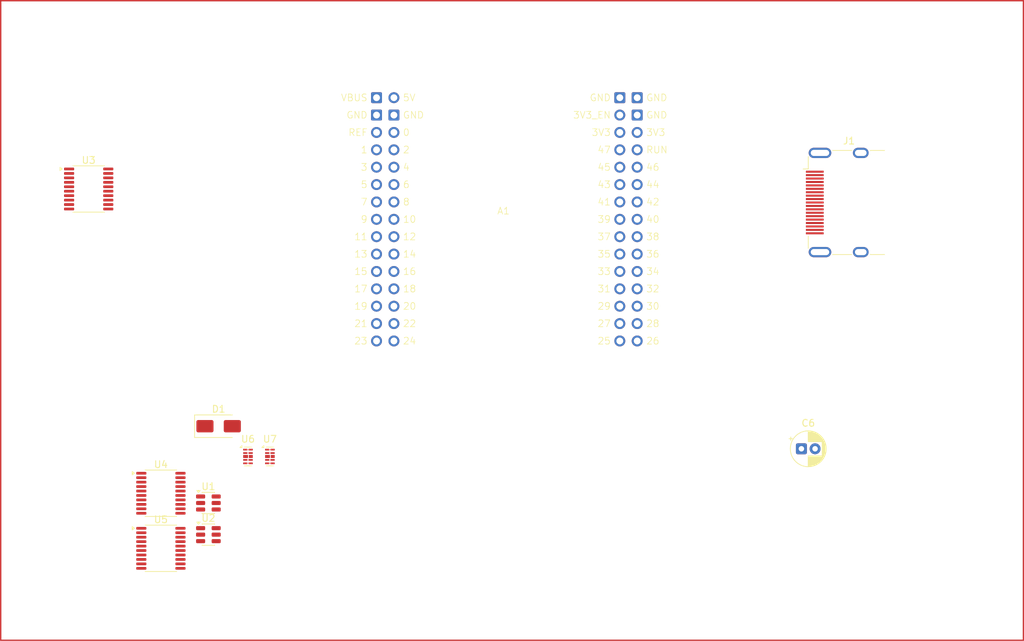
<source format=kicad_pcb>
(kicad_pcb (version 20241229) (generator "pcbnew") (generator_version "9.0")
  (layers (0 "F.Cu" signal) (2 "B.Cu" signal) (13 "F.Paste" user) (15 "B.Paste" user) (5 "F.SilkS" user "F.Silkscreen") (7 "B.SilkS" user "B.Silkscreen") (1 "F.Mask" user) (3 "B.Mask" user) (25 "Edge.Cuts" user))
  (net 0 "")
  (net 1 "D0-")
  (net 3 "+5V FILTERED")
  (net 5 "G0")
  (net 6 "CLK-")
  (net 7 "SHADOW")
  (net 11 "R3")
  (net 15 "B4")
  (net 16 "G4")
  (net 17 "PCKL")
  (net 18 "D2+")
  (net 20 "R4")
  (net 21 "D0+")
  (net 22 "CSYNC")
  (net 24 "B0")
  (net 26 "B2")
  (net 30 "B1")
  (net 31 "CLK+")
  (net 32 "D1-")
  (net 33 "BCK")
  (net 35 "R1")
  (net 36 "G1")
  (net 37 "D2-")
  (net 38 "R0")
  (net 41 "DARK")
  (net 43 "+3V3")
  (net 44 "B3")
  (net 48 "D1+")
  (net 49 "WS")
  (net 50 "DAT")
  (net 51 "R2")
  (net 53 "G3")
  (net 57 "GND")
  (net 58 "+5V MVS")
  (net 59 "Net-(D1-K)")
  (net 60 "HDMI_D0-")
  (net 63 "HDMI_D1-")
  (net 66 "HDMI_D1+")
  (net 67 "+5V")
  (net 70 "HDMI_D2-")
  (net 72 "HDMI_CLK-")
  (net 74 "HDMI_D2+")
  (net 80 "HDMI_D0+")
  (net 81 "HDMI_CLK+")
  (net 83 "MVS_BCK")
  (net 85 "MVS_PCKL")
  (net 86 "MVS_CSYNC")
  (net 87 "MVS_G2")
  (net 88 "G2")
  (net 89 "MVS_R1")
  (net 90 "MVS_R2")
  (net 91 "MVS_G1")
  (net 92 "MVS_R4")
  (net 93 "MVS_R3")
  (net 94 "MVS_R0")
  (net 95 "MVS_G0")
  (net 96 "MVS_G4")
  (net 97 "F0")
  (net 98 "MVS_B2")
  (net 99 "MVS_F0")
  (net 100 "MVS_B1")
  (net 101 "MVS_B0")
  (net 102 "MVS_B4")
  (net 103 "MVS_B3")
  (net 104 "MVS_G3")
  (net 109 "MVS_DAT")
  (net 110 "MVS_WS")
  (footprint "Module:WeAct_RP2350B" (layer "F.Cu") (at 122.5 59.5)
    (property "Reference" "A1" (at 0 -1.27 0) (layer "F.SilkS") (effects (font (thickness 0.1))))
    (property "Value" "WeAct_RP2350B")
    (fp_text user "28" (at 20.81 15.2 0) (layer "F.SilkS") (effects (font (thickness 0.1)) (justify left)))
    (fp_text user "30" (at 20.81 12.66 0) (layer "F.SilkS") (effects (font (thickness 0.1)) (justify left)))
    (fp_text user "29" (at 15.73 12.66 0) (layer "F.SilkS") (effects (font (thickness 0.1)) (justify right)))
    (fp_text user "16" (at -14.75 7.58 0) (layer "F.SilkS") (effects (font (thickness 0.1)) (justify left)))
    (fp_text user "20" (at -14.75 12.66 0) (layer "F.SilkS") (effects (font (thickness 0.1)) (justify left)))
    (fp_text user "19" (at -19.83 12.66 0) (layer "F.SilkS") (effects (font (thickness 0.1)) (justify right)))
    (fp_text user "41" (at 15.73 -2.58 0) (layer "F.SilkS") (effects (font (thickness 0.1)) (justify right)))
    (fp_text user "4" (at -14.75 -7.66 0) (layer "F.SilkS") (effects (font (thickness 0.1)) (justify left)))
    (fp_text user "0" (at -14.75 -12.74 0) (layer "F.SilkS") (effects (font (thickness 0.1)) (justify left)))
    (fp_text user "REF" (at -19.83 -12.74 0) (layer "F.SilkS") (effects (font (thickness 0.1)) (justify right)))
    (fp_text user "44" (at 20.81 -5.12 0) (layer "F.SilkS") (effects (font (thickness 0.1)) (justify left)))
    (fp_text user "43" (at 15.73 -5.12 0) (layer "F.SilkS") (effects (font (thickness 0.1)) (justify right)))
    (fp_text user "8" (at -14.75 -2.58 0) (layer "F.SilkS") (effects (font (thickness 0.1)) (justify left)))
    (fp_text user "3V3_EN" (at 15.73 -15.28 0) (layer "F.SilkS") (effects (font (thickness 0.1)) (justify right)))
    (fp_text user "18" (at -14.75 10.12 0) (layer "F.SilkS") (effects (font (thickness 0.1)) (justify left)))
    (fp_text user "27" (at 15.73 15.2 0) (layer "F.SilkS") (effects (font (thickness 0.1)) (justify right)))
    (fp_text user "GND" (at 20.81 -15.28 0) (layer "F.SilkS") (effects (font (thickness 0.1)) (justify left)))
    (fp_text user "GND" (at -19.83 -15.28 0) (layer "F.SilkS") (effects (font (thickness 0.1)) (justify right)))
    (fp_text user "14" (at -14.75 5.04 0) (layer "F.SilkS") (effects (font (thickness 0.1)) (justify left)))
    (fp_text user "42" (at 20.81 -2.58 0) (layer "F.SilkS") (effects (font (thickness 0.1)) (justify left)))
    (fp_text user "6" (at -14.75 -5.12 0) (layer "F.SilkS") (effects (font (thickness 0.1)) (justify left)))
    (fp_text user "31" (at 15.73 10.12 0) (layer "F.SilkS") (effects (font (thickness 0.1)) (justify right)))
    (fp_text user "22" (at -14.75 15.2 0) (layer "F.SilkS") (effects (font (thickness 0.1)) (justify left)))
    (fp_text user "34" (at 20.81 7.58 0) (layer "F.SilkS") (effects (font (thickness 0.1)) (justify left)))
    (fp_text user "33" (at 15.73 7.58 0) (layer "F.SilkS") (effects (font (thickness 0.1)) (justify right)))
    (fp_text user "10" (at -14.75 -0.04 0) (layer "F.SilkS") (effects (font (thickness 0.1)) (justify left)))
    (fp_text user "9" (at -19.83 -0.04 0) (layer "F.SilkS") (effects (font (thickness 0.1)) (justify right)))
    (fp_text user "13" (at -19.83 5.04 0) (layer "F.SilkS") (effects (font (thickness 0.1)) (justify right)))
    (fp_text user "3V3" (at 15.73 -12.74 0) (layer "F.SilkS") (effects (font (thickness 0.1)) (justify right)))
    (fp_text user "47" (at 15.73 -10.2 0) (layer "F.SilkS") (effects (font (thickness 0.1)) (justify right)))
    (fp_text user "36" (at 20.81 5.04 0) (layer "F.SilkS") (effects (font (thickness 0.1)) (justify left)))
    (fp_text user "1" (at -19.83 -10.2 0) (layer "F.SilkS") (effects (font (thickness 0.1)) (justify right)))
    (fp_text user "26" (at 20.81 17.74 0) (layer "F.SilkS") (effects (font (thickness 0.1)) (justify left)))
    (fp_text user "15" (at -19.83 7.58 0) (layer "F.SilkS") (effects (font (thickness 0.1)) (justify right)))
    (fp_text user "11" (at -19.83 2.5 0) (layer "F.SilkS") (effects (font (thickness 0.1)) (justify right)))
    (fp_text user "39" (at 15.73 -0.04 0) (layer "F.SilkS") (effects (font (thickness 0.1)) (justify right)))
    (fp_text user "46" (at 20.81 -7.66 0) (layer "F.SilkS") (effects (font (thickness 0.1)) (justify left)))
    (fp_text user "21" (at -19.83 15.2 0) (layer "F.SilkS") (effects (font (thickness 0.1)) (justify right)))
    (fp_text user "25" (at 15.73 17.74 0) (layer "F.SilkS") (effects (font (thickness 0.1)) (justify right)))
    (fp_text user "GND" (at 20.81 -17.82 0) (layer "F.SilkS") (effects (font (thickness 0.1)) (justify left)))
    (fp_text user "12" (at -14.75 2.5 0) (layer "F.SilkS") (effects (font (thickness 0.1)) (justify left)))
    (fp_text user "38" (at 20.81 2.5 0) (layer "F.SilkS") (effects (font (thickness 0.1)) (justify left)))
    (fp_text user "45" (at 15.73 -7.66 0) (layer "F.SilkS") (effects (font (thickness 0.1)) (justify right)))
    (fp_text user "GND" (at 15.73 -17.82 0) (layer "F.SilkS") (effects (font (thickness 0.1)) (justify right)))
    (fp_text user "3V3" (at 20.81 -12.74 0) (layer "F.SilkS") (effects (font (thickness 0.1)) (justify left)))
    (fp_text user "32" (at 20.81 10.12 0) (layer "F.SilkS") (effects (font (thickness 0.1)) (justify left)))
    (fp_text user "40" (at 20.81 -0.04 0) (layer "F.SilkS") (effects (font (thickness 0.1)) (justify left)))
    (fp_text user "2" (at -14.75 -10.2 0) (layer "F.SilkS") (effects (font (thickness 0.1)) (justify left)))
    (fp_text user "17" (at -19.83 10.12 0) (layer "F.SilkS") (effects (font (thickness 0.1)) (justify right)))
    (fp_text user "35" (at 15.73 5.04 0) (layer "F.SilkS") (effects (font (thickness 0.1)) (justify right)))
    (fp_text user "5V" (at -14.75 -17.82 0) (layer "F.SilkS") (effects (font (thickness 0.1)) (justify left)))
    (fp_text user "24" (at -14.75 17.74 0) (layer "F.SilkS") (effects (font (thickness 0.1)) (justify left)))
    (fp_text user "VBUS" (at -19.83 -17.82 0) (layer "F.SilkS") (effects (font (thickness 0.1)) (justify right)))
    (fp_text user "23" (at -19.83 17.74 0) (layer "F.SilkS") (effects (font (thickness 0.1)) (justify right)))
    (fp_text user "7" (at -19.83 -2.58 0) (layer "F.SilkS") (effects (font (thickness 0.1)) (justify right)))
    (fp_text user "RUN" (at 20.81 -10.2 0) (layer "F.SilkS") (effects (font (thickness 0.1)) (justify left)))
    (fp_text user "5" (at -19.83 -5.12 0) (layer "F.SilkS") (effects (font (thickness 0.1)) (justify right)))
    (fp_text user "3" (at -19.83 -7.66 0) (layer "F.SilkS") (effects (font (thickness 0.1)) (justify right)))
    (fp_text user "GND" (at -14.75 -15.28 0) (layer "F.SilkS") (effects (font (thickness 0.1)) (justify left)))
    (fp_text user "37" (at 15.73 2.5 0) (layer "F.SilkS") (effects (font (thickness 0.1)) (justify right)))
    (pad "1" thru_hole roundrect (at -18.56 -17.82) (size 1.6 1.6) (drill 1) (layers "*.Cu" "*.Mask") (roundrect_rratio 0.125))
    (pad "2" thru_hole circle (at -16.02 -17.82) (size 1.6 1.6) (drill 1) (layers "*.Cu" "*.Mask") (net 3 "+5V FILTERED"))
    (pad "3" thru_hole roundrect (at -18.56 -15.28) (size 1.6 1.6) (drill 1) (layers "*.Cu" "*.Mask") (roundrect_rratio 0.125))
    (pad "4" thru_hole roundrect (at -16.02 -15.28) (size 1.6 1.6) (drill 1) (layers "*.Cu" "*.Mask") (roundrect_rratio 0.125))
    (pad "5" thru_hole circle (at -18.56 -12.74) (size 1.6 1.6) (drill 1) (layers "*.Cu" "*.Mask"))
    (pad "6" thru_hole circle (at -16.02 -12.74) (size 1.6 1.6) (drill 1) (layers "*.Cu" "*.Mask") (net 50 "DAT"))
    (pad "7" thru_hole circle (at -18.56 -10.2) (size 1.6 1.6) (drill 1) (layers "*.Cu" "*.Mask") (net 49 "WS"))
    (pad "8" thru_hole circle (at -16.02 -10.2) (size 1.6 1.6) (drill 1) (layers "*.Cu" "*.Mask") (net 33 "BCK"))
    (pad "9" thru_hole circle (at -18.56 -7.66) (size 1.6 1.6) (drill 1) (layers "*.Cu" "*.Mask"))
    (pad "10" thru_hole circle (at -16.02 -7.66) (size 1.6 1.6) (drill 1) (layers "*.Cu" "*.Mask"))
    (pad "11" thru_hole circle (at -18.56 -5.12) (size 1.6 1.6) (drill 1) (layers "*.Cu" "*.Mask"))
    (pad "12" thru_hole circle (at -16.02 -5.12) (size 1.6 1.6) (drill 1) (layers "*.Cu" "*.Mask"))
    (pad "13" thru_hole circle (at -18.56 -2.58) (size 1.6 1.6) (drill 1) (layers "*.Cu" "*.Mask"))
    (pad "14" thru_hole circle (at -16.02 -2.58) (size 1.6 1.6) (drill 1) (layers "*.Cu" "*.Mask"))
    (pad "15" thru_hole circle (at -18.56 -0.04) (size 1.6 1.6) (drill 1) (layers "*.Cu" "*.Mask"))
    (pad "16" thru_hole circle (at -16.02 -0.04) (size 1.6 1.6) (drill 1) (layers "*.Cu" "*.Mask"))
    (pad "17" thru_hole circle (at -18.56 2.5) (size 1.6 1.6) (drill 1) (layers "*.Cu" "*.Mask"))
    (pad "18" thru_hole circle (at -16.02 2.5) (size 1.6 1.6) (drill 1) (layers "*.Cu" "*.Mask") (net 18 "D2+"))
    (pad "19" thru_hole circle (at -18.56 5.04) (size 1.6 1.6) (drill 1) (layers "*.Cu" "*.Mask") (net 37 "D2-"))
    (pad "20" thru_hole circle (at -16.02 5.04) (size 1.6 1.6) (drill 1) (layers "*.Cu" "*.Mask") (net 48 "D1+"))
    (pad "21" thru_hole circle (at -18.56 7.58) (size 1.6 1.6) (drill 1) (layers "*.Cu" "*.Mask") (net 32 "D1-"))
    (pad "22" thru_hole circle (at -16.02 7.58) (size 1.6 1.6) (drill 1) (layers "*.Cu" "*.Mask") (net 21 "D0+"))
    (pad "23" thru_hole circle (at -18.56 10.12) (size 1.6 1.6) (drill 1) (layers "*.Cu" "*.Mask") (net 1 "D0-"))
    (pad "24" thru_hole circle (at -16.02 10.12) (size 1.6 1.6) (drill 1) (layers "*.Cu" "*.Mask") (net 31 "CLK+"))
    (pad "25" thru_hole circle (at -18.56 12.66) (size 1.6 1.6) (drill 1) (layers "*.Cu" "*.Mask") (net 6 "CLK-"))
    (pad "26" thru_hole circle (at -16.02 12.66) (size 1.6 1.6) (drill 1) (layers "*.Cu" "*.Mask"))
    (pad "27" thru_hole circle (at -18.56 15.2) (size 1.6 1.6) (drill 1) (layers "*.Cu" "*.Mask"))
    (pad "28" thru_hole circle (at -16.02 15.2) (size 1.6 1.6) (drill 1) (layers "*.Cu" "*.Mask"))
    (pad "29" thru_hole circle (at -18.56 17.74) (size 1.6 1.6) (drill 1) (layers "*.Cu" "*.Mask"))
    (pad "30" thru_hole circle (at -16.02 17.74) (size 1.6 1.6) (drill 1) (layers "*.Cu" "*.Mask"))
    (pad "31" thru_hole circle (at 17 17.74) (size 1.6 1.6) (drill 1) (layers "*.Cu" "*.Mask"))
    (pad "32" thru_hole circle (at 19.54 17.74) (size 1.6 1.6) (drill 1) (layers "*.Cu" "*.Mask"))
    (pad "33" thru_hole circle (at 17 15.2) (size 1.6 1.6) (drill 1) (layers "*.Cu" "*.Mask"))
    (pad "34" thru_hole circle (at 19.54 15.2) (size 1.6 1.6) (drill 1) (layers "*.Cu" "*.Mask"))
    (pad "35" thru_hole circle (at 17 12.66) (size 1.6 1.6) (drill 1) (layers "*.Cu" "*.Mask") (net 17 "PCKL"))
    (pad "36" thru_hole circle (at 19.54 12.66) (size 1.6 1.6) (drill 1) (layers "*.Cu" "*.Mask") (net 22 "CSYNC"))
    (pad "37" thru_hole circle (at 17 10.12) (size 1.6 1.6) (drill 1) (layers "*.Cu" "*.Mask") (net 7 "SHADOW"))
    (pad "38" thru_hole circle (at 19.54 10.12) (size 1.6 1.6) (drill 1) (layers "*.Cu" "*.Mask") (net 41 "DARK"))
    (pad "39" thru_hole circle (at 17 7.58) (size 1.6 1.6) (drill 1) (layers "*.Cu" "*.Mask") (net 15 "B4"))
    (pad "40" thru_hole circle (at 19.54 7.58) (size 1.6 1.6) (drill 1) (layers "*.Cu" "*.Mask") (net 44 "B3"))
    (pad "41" thru_hole circle (at 17 5.04) (size 1.6 1.6) (drill 1) (layers "*.Cu" "*.Mask") (net 26 "B2"))
    (pad "42" thru_hole circle (at 19.54 5.04) (size 1.6 1.6) (drill 1) (layers "*.Cu" "*.Mask") (net 30 "B1"))
    (pad "43" thru_hole circle (at 17 2.5) (size 1.6 1.6) (drill 1) (layers "*.Cu" "*.Mask") (net 24 "B0"))
    (pad "44" thru_hole circle (at 19.54 2.5) (size 1.6 1.6) (drill 1) (layers "*.Cu" "*.Mask") (net 16 "G4"))
    (pad "45" thru_hole circle (at 17 -0.04) (size 1.6 1.6) (drill 1) (layers "*.Cu" "*.Mask") (net 53 "G3"))
    (pad "47" thru_hole circle (at 17 -2.58) (size 1.6 1.6) (drill 1) (layers "*.Cu" "*.Mask") (net 36 "G1"))
    (pad "48" thru_hole circle (at 19.54 -2.58) (size 1.6 1.6) (drill 1) (layers "*.Cu" "*.Mask") (net 5 "G0"))
    (pad "49" thru_hole circle (at 17 -5.12) (size 1.6 1.6) (drill 1) (layers "*.Cu" "*.Mask"))
    (pad "50" thru_hole circle (at 19.54 -5.12) (size 1.6 1.6) (drill 1) (layers "*.Cu" "*.Mask") (net 20 "R4"))
    (pad "51" thru_hole circle (at 17 -7.66) (size 1.6 1.6) (drill 1) (layers "*.Cu" "*.Mask") (net 11 "R3"))
    (pad "52" thru_hole circle (at 19.54 -7.66) (size 1.6 1.6) (drill 1) (layers "*.Cu" "*.Mask") (net 51 "R2"))
    (pad "53" thru_hole circle (at 17 -10.2) (size 1.6 1.6) (drill 1) (layers "*.Cu" "*.Mask") (net 35 "R1"))
    (pad "54" thru_hole circle (at 19.54 -10.2) (size 1.6 1.6) (drill 1) (layers "*.Cu" "*.Mask") (net 38 "R0"))
    (pad "55" thru_hole circle (at 17 -12.74) (size 1.6 1.6) (drill 1) (layers "*.Cu" "*.Mask") (net 43 "+3V3"))
    (pad "57" thru_hole circle (at 17 -15.28) (size 1.6 1.6) (drill 1) (layers "*.Cu" "*.Mask"))
    (pad "58" thru_hole roundrect (at 19.54 -15.28) (size 1.6 1.6) (drill 1) (layers "*.Cu" "*.Mask") (roundrect_rratio 0.125))
    (pad "59" thru_hole roundrect (at 17 -17.82) (size 1.6 1.6) (drill 1) (layers "*.Cu" "*.Mask") (roundrect_rratio 0.125))
    (pad "60" thru_hole roundrect (at 19.54 -17.82) (size 1.6 1.6) (drill 1) (layers "*.Cu" "*.Mask") (roundrect_rratio 0.125))
    (pad "66" thru_hole circle (at 19.54 -0.04) (size 1.6 1.6) (drill 1) (layers "*.Cu" "*.Mask"))
    (pad "566" thru_hole circle (at 19.54 -12.74) (size 1.6 1.6) (drill 1) (layers "*.Cu" "*.Mask"))
  )
  (footprint "Package_SO:TSSOP-20_4.4x6.5mm_P0.65mm" (layer "F.Cu") (at 72.4175 107.55)
    (property "Reference" "U5" (at 0 -4.2 0) (layer "F.SilkS"))
    (property "Value" "SN74LVC245APW")
    (fp_line (start -2.31 -3.385) (end 2.31 -3.385) (stroke (width 0.12)) (layer "F.SilkS"))
    (fp_line (start 2.31 3.385) (end -2.31 3.385) (stroke (width 0.12)) (layer "F.SilkS"))
    (fp_poly (pts (xy -3.86 -2.93) (xy -4.19 -2.69) (xy -4.19 -3.17)) (stroke (width 0.12)) (fill yes) (layer "F.SilkS"))
    (pad "1" smd roundrect (at -2.8625 -2.925) (size 1.475 0.4) (layers "F.Cu" "F.Mask" "F.Paste") (net 57 "GND"))
    (pad "2" smd roundrect (at -2.8625 -2.275) (size 1.475 0.4) (layers "F.Cu" "F.Mask" "F.Paste") (net 109 "MVS_DAT"))
    (pad "3" smd roundrect (at -2.8625 -1.625) (size 1.475 0.4) (layers "F.Cu" "F.Mask" "F.Paste") (net 110 "MVS_WS"))
    (pad "4" smd roundrect (at -2.8625 -0.975) (size 1.475 0.4) (layers "F.Cu" "F.Mask" "F.Paste"))
    (pad "5" smd roundrect (at -2.8625 -0.325) (size 1.475 0.4) (layers "F.Cu" "F.Mask" "F.Paste"))
    (pad "6" smd roundrect (at -2.8625 0.325) (size 1.475 0.4) (layers "F.Cu" "F.Mask" "F.Paste"))
    (pad "7" smd roundrect (at -2.8625 0.975) (size 1.475 0.4) (layers "F.Cu" "F.Mask" "F.Paste"))
    (pad "8" smd roundrect (at -2.8625 1.625) (size 1.475 0.4) (layers "F.Cu" "F.Mask" "F.Paste"))
    (pad "9" smd roundrect (at -2.8625 2.275) (size 1.475 0.4) (layers "F.Cu" "F.Mask" "F.Paste"))
    (pad "10" smd roundrect (at -2.8625 2.925) (size 1.475 0.4) (layers "F.Cu" "F.Mask" "F.Paste") (net 57 "GND"))
    (pad "11" smd roundrect (at 2.8625 2.925) (size 1.475 0.4) (layers "F.Cu" "F.Mask" "F.Paste"))
    (pad "12" smd roundrect (at 2.8625 2.275) (size 1.475 0.4) (layers "F.Cu" "F.Mask" "F.Paste"))
    (pad "13" smd roundrect (at 2.8625 1.625) (size 1.475 0.4) (layers "F.Cu" "F.Mask" "F.Paste"))
    (pad "14" smd roundrect (at 2.8625 0.975) (size 1.475 0.4) (layers "F.Cu" "F.Mask" "F.Paste"))
    (pad "15" smd roundrect (at 2.8625 0.325) (size 1.475 0.4) (layers "F.Cu" "F.Mask" "F.Paste"))
    (pad "16" smd roundrect (at 2.8625 -0.325) (size 1.475 0.4) (layers "F.Cu" "F.Mask" "F.Paste"))
    (pad "17" smd roundrect (at 2.8625 -0.975) (size 1.475 0.4) (layers "F.Cu" "F.Mask" "F.Paste") (net 49 "WS"))
    (pad "18" smd roundrect (at 2.8625 -1.625) (size 1.475 0.4) (layers "F.Cu" "F.Mask" "F.Paste") (net 50 "DAT"))
    (pad "19" smd roundrect (at 2.8625 -2.275) (size 1.475 0.4) (layers "F.Cu" "F.Mask" "F.Paste") (net 43 "+3V3"))
    (pad "20" smd roundrect (at 2.8625 -2.925) (size 1.475 0.4) (layers "F.Cu" "F.Mask" "F.Paste") (net 43 "+3V3"))
  )
  (footprint "Package_DFN_QFN:Diodes_UDFN-10_1.0x2.5mm_P0.5mm" (layer "F.Cu") (at 85.1475 94.125)
    (property "Reference" "U6" (at 0 -2.54 0) (layer "F.SilkS"))
    (property "Value" "ESD224DQA")
    (fp_line (start 0.5 -1.36) (end -0.5 -1.36) (stroke (width 0.12)) (layer "F.SilkS"))
    (fp_line (start 0.5 1.36) (end -0.5 1.36) (stroke (width 0.12)) (layer "F.SilkS"))
    (fp_poly (pts (xy -0.89 -1.31) (xy -1.17 -1.31) (xy -0.89 -1.59) (xy -0.89 -1.31)) (stroke (width 0.12)) (fill yes) (layer "F.SilkS"))
    (pad "1" smd rect (at -0.3875 -1 270) (size 0.25 0.625) (layers "F.Cu" "F.Mask" "F.Paste") (net 18 "D2+"))
    (pad "2" smd rect (at -0.3875 -0.5 270) (size 0.25 0.625) (layers "F.Cu" "F.Mask" "F.Paste") (net 37 "D2-"))
    (pad "3" smd rect (at -0.35 0 270) (size 0.45 0.7) (layers "F.Cu" "F.Mask" "F.Paste") (net 57 "GND"))
    (pad "4" smd rect (at -0.3875 0.5 270) (size 0.25 0.625) (layers "F.Cu" "F.Mask" "F.Paste") (net 48 "D1+"))
    (pad "5" smd rect (at -0.3875 1 270) (size 0.25 0.625) (layers "F.Cu" "F.Mask" "F.Paste") (net 32 "D1-"))
    (pad "6" smd rect (at 0.3875 1 270) (size 0.25 0.625) (layers "F.Cu" "F.Mask" "F.Paste") (net 63 "HDMI_D1-"))
    (pad "7" smd rect (at 0.3875 0.5 270) (size 0.25 0.625) (layers "F.Cu" "F.Mask" "F.Paste") (net 66 "HDMI_D1+"))
    (pad "8" smd rect (at 0.4125 0 270) (size 0.45 0.575) (layers "F.Cu" "F.Mask" "F.Paste") (net 57 "GND"))
    (pad "9" smd rect (at 0.3875 -0.5 270) (size 0.25 0.625) (layers "F.Cu" "F.Mask" "F.Paste") (net 70 "HDMI_D2-"))
    (pad "10" smd rect (at 0.3875 -1 270) (size 0.25 0.625) (layers "F.Cu" "F.Mask" "F.Paste") (net 74 "HDMI_D2+"))
  )
  (footprint "Connector_Video:HDMI_A_Molex_208658-1001_Horizontal" (layer "F.Cu") (at 171.285 57)
    (property "Reference" "J1" (at 1.715 -9 0) (layer "F.SilkS"))
    (property "Value" "HDMI_A")
    (fp_line (start -4.985 -4.9) (end -4.235 -4.9) (stroke (width 0.12)) (layer "F.SilkS"))
    (fp_line (start -4.235 -4.9) (end -4.235 -6.7) (stroke (width 0.12)) (layer "F.SilkS"))
    (fp_line (start -4.235 6.7) (end -4.235 4.9) (stroke (width 0.12)) (layer "F.SilkS"))
    (fp_line (start -0.685 -7.61) (end 2.115 -7.61) (stroke (width 0.12)) (layer "F.SilkS"))
    (fp_line (start -0.685 7.61) (end 2.115 7.61) (stroke (width 0.12)) (layer "F.SilkS"))
    (fp_line (start 4.815 -7.61) (end 6.915 -7.61) (stroke (width 0.12)) (layer "F.SilkS"))
    (fp_line (start 4.815 7.61) (end 6.915 7.61) (stroke (width 0.12)) (layer "F.SilkS"))
    (pad "1" smd rect (at -3.285 -4.5) (size 2.6 0.3) (layers "F.Cu" "F.Mask" "F.Paste") (net 74 "HDMI_D2+"))
    (pad "2" smd rect (at -3.285 -4) (size 2.6 0.3) (layers "F.Cu" "F.Mask" "F.Paste"))
    (pad "3" smd rect (at -3.285 -3.5) (size 2.6 0.3) (layers "F.Cu" "F.Mask" "F.Paste") (net 70 "HDMI_D2-"))
    (pad "4" smd rect (at -3.285 -3) (size 2.6 0.3) (layers "F.Cu" "F.Mask" "F.Paste") (net 66 "HDMI_D1+"))
    (pad "5" smd rect (at -3.285 -2.5) (size 2.6 0.3) (layers "F.Cu" "F.Mask" "F.Paste"))
    (pad "6" smd rect (at -3.285 -2) (size 2.6 0.3) (layers "F.Cu" "F.Mask" "F.Paste") (net 63 "HDMI_D1-"))
    (pad "7" smd rect (at -3.285 -1.5) (size 2.6 0.3) (layers "F.Cu" "F.Mask" "F.Paste") (net 80 "HDMI_D0+"))
    (pad "8" smd rect (at -3.285 -1) (size 2.6 0.3) (layers "F.Cu" "F.Mask" "F.Paste"))
    (pad "9" smd rect (at -3.285 -0.5) (size 2.6 0.3) (layers "F.Cu" "F.Mask" "F.Paste") (net 60 "HDMI_D0-"))
    (pad "10" smd rect (at -3.285 0) (size 2.6 0.3) (layers "F.Cu" "F.Mask" "F.Paste") (net 81 "HDMI_CLK+"))
    (pad "11" smd rect (at -3.285 0.5) (size 2.6 0.3) (layers "F.Cu" "F.Mask" "F.Paste"))
    (pad "12" smd rect (at -3.285 1) (size 2.6 0.3) (layers "F.Cu" "F.Mask" "F.Paste") (net 72 "HDMI_CLK-"))
    (pad "13" smd rect (at -3.285 1.5) (size 2.6 0.3) (layers "F.Cu" "F.Mask" "F.Paste"))
    (pad "14" smd rect (at -3.285 2) (size 2.6 0.3) (layers "F.Cu" "F.Mask" "F.Paste"))
    (pad "15" smd rect (at -3.285 2.5) (size 2.6 0.3) (layers "F.Cu" "F.Mask" "F.Paste"))
    (pad "16" smd rect (at -3.285 3) (size 2.6 0.3) (layers "F.Cu" "F.Mask" "F.Paste"))
    (pad "17" smd rect (at -3.285 3.5) (size 2.6 0.3) (layers "F.Cu" "F.Mask" "F.Paste") (net 57 "GND"))
    (pad "18" smd rect (at -3.285 4) (size 2.6 0.3) (layers "F.Cu" "F.Mask" "F.Paste") (net 67 "+5V"))
    (pad "19" smd rect (at -3.285 4.5) (size 2.6 0.3) (layers "F.Cu" "F.Mask" "F.Paste"))
    (pad "SH" thru_hole oval (at -2.525 -7.25) (size 3.3 1.5) (drill oval 2.7 0.9) (layers "*.Cu" "*.Mask"))
    (pad "SH" thru_hole oval (at -2.525 7.25) (size 3.3 1.5) (drill oval 2.7 0.9) (layers "*.Cu" "*.Mask"))
    (pad "SH" thru_hole oval (at 3.435 -7.25) (size 2.3 1.5) (drill oval 1.7 0.9) (layers "*.Cu" "*.Mask"))
    (pad "SH" thru_hole oval (at 3.435 7.25) (size 2.3 1.5) (drill oval 1.7 0.9) (layers "*.Cu" "*.Mask"))
  )
  (footprint "Diode_SMD:D_SMA" (layer "F.Cu") (at 80.8575 89.7)
    (property "Reference" "D1" (at 0 -2.5 0) (layer "F.SilkS"))
    (property "Value" "SS14")
    (fp_line (start -3.51 -1.65) (end -3.51 1.65) (stroke (width 0.12)) (layer "F.SilkS"))
    (fp_line (start -3.51 -1.65) (end 2 -1.65) (stroke (width 0.12)) (layer "F.SilkS"))
    (fp_line (start -3.51 1.65) (end 2 1.65) (stroke (width 0.12)) (layer "F.SilkS"))
    (pad "1" smd roundrect (at -2 0) (size 2.5 1.8) (layers "F.Cu" "F.Mask" "F.Paste") (roundrect_rratio 0.1388888889) (net 59 "Net-(D1-K)"))
    (pad "2" smd roundrect (at 2 0) (size 2.5 1.8) (layers "F.Cu" "F.Mask" "F.Paste") (roundrect_rratio 0.1388888889) (net 58 "+5V MVS"))
  )
  (footprint "Package_TO_SOT_SMD:SOT-23-6" (layer "F.Cu") (at 79.3625 105.55)
    (property "Reference" "U2" (at 0 -2.4 0) (layer "F.SilkS"))
    (property "Value" "SN74LVC2G14DBV")
    (fp_line (start -0.91 -1.56) (end 0.91 -1.56) (stroke (width 0.12)) (layer "F.SilkS"))
    (fp_line (start -0.91 -1.51) (end -0.91 -1.56) (stroke (width 0.12)) (layer "F.SilkS"))
    (fp_line (start -0.91 1.56) (end -0.91 1.51) (stroke (width 0.12)) (layer "F.SilkS"))
    (fp_line (start 0.91 -1.56) (end 0.91 -1.51) (stroke (width 0.12)) (layer "F.SilkS"))
    (fp_line (start 0.91 1.51) (end 0.91 1.56) (stroke (width 0.12)) (layer "F.SilkS"))
    (fp_line (start 0.91 1.56) (end -0.91 1.56) (stroke (width 0.12)) (layer "F.SilkS"))
    (fp_poly (pts (xy -1.45 -1.51) (xy -1.69 -1.84) (xy -1.21 -1.84)) (stroke (width 0.12)) (fill yes) (layer "F.SilkS"))
    (pad "1" smd roundrect (at -1.1375 -0.95) (size 1.325 0.6) (layers "F.Cu" "F.Mask" "F.Paste") (net 85 "MVS_PCKL"))
    (pad "2" smd roundrect (at -1.1375 0) (size 1.325 0.6) (layers "F.Cu" "F.Mask" "F.Paste") (net 57 "GND"))
    (pad "3" smd roundrect (at -1.1375 0.95) (size 1.325 0.6) (layers "F.Cu" "F.Mask" "F.Paste") (net 86 "MVS_CSYNC"))
    (pad "4" smd roundrect (at 1.1375 0.95) (size 1.325 0.6) (layers "F.Cu" "F.Mask" "F.Paste") (net 22 "CSYNC"))
    (pad "5" smd roundrect (at 1.1375 0) (size 1.325 0.6) (layers "F.Cu" "F.Mask" "F.Paste") (net 43 "+3V3"))
    (pad "6" smd roundrect (at 1.1375 -0.95) (size 1.325 0.6) (layers "F.Cu" "F.Mask" "F.Paste") (net 17 "PCKL"))
  )
  (footprint "Capacitor_THT:CP_Radial_D5.0mm_P2.00mm" (layer "F.Cu") (at 166.044888 93)
    (property "Reference" "C6" (at 1 -3.75 0) (layer "F.SilkS"))
    (property "Value" "C_Polarized")
    (fp_line (start -1.804775 -1.475) (end -1.304775 -1.475) (stroke (width 0.12)) (layer "F.SilkS"))
    (fp_line (start -1.554775 -1.725) (end -1.554775 -1.225) (stroke (width 0.12)) (layer "F.SilkS"))
    (fp_line (start 1 -2.58) (end 1 -1.04) (stroke (width 0.12)) (layer "F.SilkS"))
    (fp_line (start 1 1.04) (end 1 2.58) (stroke (width 0.12)) (layer "F.SilkS"))
    (fp_line (start 1.04 -2.58) (end 1.04 -1.04) (stroke (width 0.12)) (layer "F.SilkS"))
    (fp_line (start 1.04 1.04) (end 1.04 2.58) (stroke (width 0.12)) (layer "F.SilkS"))
    (fp_line (start 1.08 -2.579) (end 1.08 -1.04) (stroke (width 0.12)) (layer "F.SilkS"))
    (fp_line (start 1.08 1.04) (end 1.08 2.579) (stroke (width 0.12)) (layer "F.SilkS"))
    (fp_line (start 1.12 -2.577) (end 1.12 -1.04) (stroke (width 0.12)) (layer "F.SilkS"))
    (fp_line (start 1.12 1.04) (end 1.12 2.577) (stroke (width 0.12)) (layer "F.SilkS"))
    (fp_line (start 1.16 -2.575) (end 1.16 -1.04) (stroke (width 0.12)) (layer "F.SilkS"))
    (fp_line (start 1.16 1.04) (end 1.16 2.575) (stroke (width 0.12)) (layer "F.SilkS"))
    (fp_line (start 1.2 -2.572) (end 1.2 -1.04) (stroke (width 0.12)) (layer "F.SilkS"))
    (fp_line (start 1.2 1.04) (end 1.2 2.572) (stroke (width 0.12)) (layer "F.SilkS"))
    (fp_line (start 1.24 -2.569) (end 1.24 -1.04) (stroke (width 0.12)) (layer "F.SilkS"))
    (fp_line (start 1.24 1.04) (end 1.24 2.569) (stroke (width 0.12)) (layer "F.SilkS"))
    (fp_line (start 1.28 -2.565) (end 1.28 -1.04) (stroke (width 0.12)) (layer "F.SilkS"))
    (fp_line (start 1.28 1.04) (end 1.28 2.565) (stroke (width 0.12)) (layer "F.SilkS"))
    (fp_line (start 1.32 -2.56) (end 1.32 -1.04) (stroke (width 0.12)) (layer "F.SilkS"))
    (fp_line (start 1.32 1.04) (end 1.32 2.56) (stroke (width 0.12)) (layer "F.SilkS"))
    (fp_line (start 1.36 -2.555) (end 1.36 -1.04) (stroke (width 0.12)) (layer "F.SilkS"))
    (fp_line (start 1.36 1.04) (end 1.36 2.555) (stroke (width 0.12)) (layer "F.SilkS"))
    (fp_line (start 1.4 -2.549) (end 1.4 -1.04) (stroke (width 0.12)) (layer "F.SilkS"))
    (fp_line (start 1.4 1.04) (end 1.4 2.549) (stroke (width 0.12)) (layer "F.SilkS"))
    (fp_line (start 1.44 -2.543) (end 1.44 -1.04) (stroke (width 0.12)) (layer "F.SilkS"))
    (fp_line (start 1.44 1.04) (end 1.44 2.543) (stroke (width 0.12)) (layer "F.SilkS"))
    (fp_line (start 1.48 -2.536) (end 1.48 -1.04) (stroke (width 0.12)) (layer "F.SilkS"))
    (fp_line (start 1.48 1.04) (end 1.48 2.536) (stroke (width 0.12)) (layer "F.SilkS"))
    (fp_line (start 1.52 -2.528) (end 1.52 -1.04) (stroke (width 0.12)) (layer "F.SilkS"))
    (fp_line (start 1.52 1.04) (end 1.52 2.528) (stroke (width 0.12)) (layer "F.SilkS"))
    (fp_line (start 1.56 -2.519) (end 1.56 -1.04) (stroke (width 0.12)) (layer "F.SilkS"))
    (fp_line (start 1.56 1.04) (end 1.56 2.519) (stroke (width 0.12)) (layer "F.SilkS"))
    (fp_line (start 1.6 -2.51) (end 1.6 -1.04) (stroke (width 0.12)) (layer "F.SilkS"))
    (fp_line (start 1.6 1.04) (end 1.6 2.51) (stroke (width 0.12)) (layer "F.SilkS"))
    (fp_line (start 1.64 -2.501) (end 1.64 -1.04) (stroke (width 0.12)) (layer "F.SilkS"))
    (fp_line (start 1.64 1.04) (end 1.64 2.501) (stroke (width 0.12)) (layer "F.SilkS"))
    (fp_line (start 1.68 -2.49) (end 1.68 -1.04) (stroke (width 0.12)) (layer "F.SilkS"))
    (fp_line (start 1.68 1.04) (end 1.68 2.49) (stroke (width 0.12)) (layer "F.SilkS"))
    (fp_line (start 1.72 -2.479) (end 1.72 -1.04) (stroke (width 0.12)) (layer "F.SilkS"))
    (fp_line (start 1.72 1.04) (end 1.72 2.479) (stroke (width 0.12)) (layer "F.SilkS"))
    (fp_line (start 1.76 -2.467) (end 1.76 -1.04) (stroke (width 0.12)) (layer "F.SilkS"))
    (fp_line (start 1.76 1.04) (end 1.76 2.467) (stroke (width 0.12)) (layer "F.SilkS"))
    (fp_line (start 1.8 -2.455) (end 1.8 -1.04) (stroke (width 0.12)) (layer "F.SilkS"))
    (fp_line (start 1.8 1.04) (end 1.8 2.455) (stroke (width 0.12)) (layer "F.SilkS"))
    (fp_line (start 1.84 -2.442) (end 1.84 -1.04) (stroke (width 0.12)) (layer "F.SilkS"))
    (fp_line (start 1.84 1.04) (end 1.84 2.442) (stroke (width 0.12)) (layer "F.SilkS"))
    (fp_line (start 1.88 -2.428) (end 1.88 -1.04) (stroke (width 0.12)) (layer "F.SilkS"))
    (fp_line (start 1.88 1.04) (end 1.88 2.428) (stroke (width 0.12)) (layer "F.SilkS"))
    (fp_line (start 1.92 -2.413) (end 1.92 -1.04) (stroke (width 0.12)) (layer "F.SilkS"))
    (fp_line (start 1.92 1.04) (end 1.92 2.413) (stroke (width 0.12)) (layer "F.SilkS"))
    (fp_line (start 1.96 -2.398) (end 1.96 -1.04) (stroke (width 0.12)) (layer "F.SilkS"))
    (fp_line (start 1.96 1.04) (end 1.96 2.398) (stroke (width 0.12)) (layer "F.SilkS"))
    (fp_line (start 2 -2.382) (end 2 -1.04) (stroke (width 0.12)) (layer "F.SilkS"))
    (fp_line (start 2 1.04) (end 2 2.382) (stroke (width 0.12)) (layer "F.SilkS"))
    (fp_line (start 2.04 -2.365) (end 2.04 -1.04) (stroke (width 0.12)) (layer "F.SilkS"))
    (fp_line (start 2.04 1.04) (end 2.04 2.365) (stroke (width 0.12)) (layer "F.SilkS"))
    (fp_line (start 2.08 -2.347) (end 2.08 -1.04) (stroke (width 0.12)) (layer "F.SilkS"))
    (fp_line (start 2.08 1.04) (end 2.08 2.347) (stroke (width 0.12)) (layer "F.SilkS"))
    (fp_line (start 2.12 -2.329) (end 2.12 -1.04) (stroke (width 0.12)) (layer "F.SilkS"))
    (fp_line (start 2.12 1.04) (end 2.12 2.329) (stroke (width 0.12)) (layer "F.SilkS"))
    (fp_line (start 2.16 -2.309) (end 2.16 -1.04) (stroke (width 0.12)) (layer "F.SilkS"))
    (fp_line (start 2.16 1.04) (end 2.16 2.309) (stroke (width 0.12)) (layer "F.SilkS"))
    (fp_line (start 2.2 -2.289) (end 2.2 -1.04) (stroke (width 0.12)) (layer "F.SilkS"))
    (fp_line (start 2.2 1.04) (end 2.2 2.289) (stroke (width 0.12)) (layer "F.SilkS"))
    (fp_line (start 2.24 -2.268) (end 2.24 -1.04) (stroke (width 0.12)) (layer "F.SilkS"))
    (fp_line (start 2.24 1.04) (end 2.24 2.268) (stroke (width 0.12)) (layer "F.SilkS"))
    (fp_line (start 2.28 -2.246) (end 2.28 -1.04) (stroke (width 0.12)) (layer "F.SilkS"))
    (fp_line (start 2.28 1.04) (end 2.28 2.246) (stroke (width 0.12)) (layer "F.SilkS"))
    (fp_line (start 2.32 -2.223) (end 2.32 -1.04) (stroke (width 0.12)) (layer "F.SilkS"))
    (fp_line (start 2.32 1.04) (end 2.32 2.223) (stroke (width 0.12)) (layer "F.SilkS"))
    (fp_line (start 2.36 -2.199) (end 2.36 -1.04) (stroke (width 0.12)) (layer "F.SilkS"))
    (fp_line (start 2.36 1.04) (end 2.36 2.199) (stroke (width 0.12)) (layer "F.SilkS"))
    (fp_line (start 2.4 -2.175) (end 2.4 -1.04) (stroke (width 0.12)) (layer "F.SilkS"))
    (fp_line (start 2.4 1.04) (end 2.4 2.175) (stroke (width 0.12)) (layer "F.SilkS"))
    (fp_line (start 2.44 -2.149) (end 2.44 -1.04) (stroke (width 0.12)) (layer "F.SilkS"))
    (fp_line (start 2.44 1.04) (end 2.44 2.149) (stroke (width 0.12)) (layer "F.SilkS"))
    (fp_line (start 2.48 -2.122) (end 2.48 -1.04) (stroke (width 0.12)) (layer "F.SilkS"))
    (fp_line (start 2.48 1.04) (end 2.48 2.122) (stroke (width 0.12)) (layer "F.SilkS"))
    (fp_line (start 2.52 -2.094) (end 2.52 -1.04) (stroke (width 0.12)) (layer "F.SilkS"))
    (fp_line (start 2.52 1.04) (end 2.52 2.094) (stroke (width 0.12)) (layer "F.SilkS"))
    (fp_line (start 2.56 -2.065) (end 2.56 -1.04) (stroke (width 0.12)) (layer "F.SilkS"))
    (fp_line (start 2.56 1.04) (end 2.56 2.065) (stroke (width 0.12)) (layer "F.SilkS"))
    (fp_line (start 2.6 -2.035) (end 2.6 -1.04) (stroke (width 0.12)) (layer "F.SilkS"))
    (fp_line (start 2.6 1.04) (end 2.6 2.035) (stroke (width 0.12)) (layer "F.SilkS"))
    (fp_line (start 2.64 -2.003) (end 2.64 -1.04) (stroke (width 0.12)) (layer "F.SilkS"))
    (fp_line (start 2.64 1.04) (end 2.64 2.003) (stroke (width 0.12)) (layer "F.SilkS"))
    (fp_line (start 2.68 -1.97) (end 2.68 -1.04) (stroke (width 0.12)) (layer "F.SilkS"))
    (fp_line (start 2.68 1.04) (end 2.68 1.97) (stroke (width 0.12)) (layer "F.SilkS"))
    (fp_line (start 2.72 -1.936) (end 2.72 -1.04) (stroke (width 0.12)) (layer "F.SilkS"))
    (fp_line (start 2.72 1.04) (end 2.72 1.936) (stroke (width 0.12)) (layer "F.SilkS"))
    (fp_line (start 2.76 -1.901) (end 2.76 -1.04) (stroke (width 0.12)) (layer "F.SilkS"))
    (fp_line (start 2.76 1.04) (end 2.76 1.901) (stroke (width 0.12)) (layer "F.SilkS"))
    (fp_line (start 2.8 -1.864) (end 2.8 -1.04) (stroke (width 0.12)) (layer "F.SilkS"))
    (fp_line (start 2.8 1.04) (end 2.8 1.864) (stroke (width 0.12)) (layer "F.SilkS"))
    (fp_line (start 2.84 -1.825) (end 2.84 -1.04) (stroke (width 0.12)) (layer "F.SilkS"))
    (fp_line (start 2.84 1.04) (end 2.84 1.825) (stroke (width 0.12)) (layer "F.SilkS"))
    (fp_line (start 2.88 -1.785) (end 2.88 -1.04) (stroke (width 0.12)) (layer "F.SilkS"))
    (fp_line (start 2.88 1.04) (end 2.88 1.785) (stroke (width 0.12)) (layer "F.SilkS"))
    (fp_line (start 2.92 -1.743) (end 2.92 -1.04) (stroke (width 0.12)) (layer "F.SilkS"))
    (fp_line (start 2.92 1.04) (end 2.92 1.743) (stroke (width 0.12)) (layer "F.SilkS"))
    (fp_line (start 2.96 -1.699) (end 2.96 -1.04) (stroke (width 0.12)) (layer "F.SilkS"))
    (fp_line (start 2.96 1.04) (end 2.96 1.699) (stroke (width 0.12)) (layer "F.SilkS"))
    (fp_line (start 3 -1.652) (end 3 -1.04) (stroke (width 0.12)) (layer "F.SilkS"))
    (fp_line (start 3 1.04) (end 3 1.652) (stroke (width 0.12)) (layer "F.SilkS"))
    (fp_line (start 3.04 -1.604) (end 3.04 1.604) (stroke (width 0.12)) (layer "F.SilkS"))
    (fp_line (start 3.08 -1.553) (end 3.08 1.553) (stroke (width 0.12)) (layer "F.SilkS"))
    (fp_line (start 3.12 -1.499) (end 3.12 1.499) (stroke (width 0.12)) (layer "F.SilkS"))
    (fp_line (start 3.16 -1.443) (end 3.16 1.443) (stroke (width 0.12)) (layer "F.SilkS"))
    (fp_line (start 3.2 -1.383) (end 3.2 1.383) (stroke (width 0.12)) (layer "F.SilkS"))
    (fp_line (start 3.24 -1.319) (end 3.24 1.319) (stroke (width 0.12)) (layer "F.SilkS"))
    (fp_line (start 3.28 -1.251) (end 3.28 1.251) (stroke (width 0.12)) (layer "F.SilkS"))
    (fp_line (start 3.32 -1.177) (end 3.32 1.177) (stroke (width 0.12)) (layer "F.SilkS"))
    (fp_line (start 3.36 -1.098) (end 3.36 1.098) (stroke (width 0.12)) (layer "F.SilkS"))
    (fp_line (start 3.4 -1.011) (end 3.4 1.011) (stroke (width 0.12)) (layer "F.SilkS"))
    (fp_line (start 3.44 -0.914) (end 3.44 0.914) (stroke (width 0.12)) (layer "F.SilkS"))
    (fp_line (start 3.48 -0.805) (end 3.48 0.805) (stroke (width 0.12)) (layer "F.SilkS"))
    (fp_line (start 3.52 -0.677) (end 3.52 0.677) (stroke (width 0.12)) (layer "F.SilkS"))
    (fp_line (start 3.56 -0.517) (end 3.56 0.517) (stroke (width 0.12)) (layer "F.SilkS"))
    (fp_line (start 3.6 -0.283) (end 3.6 0.283) (stroke (width 0.12)) (layer "F.SilkS"))
    (fp_circle (center 1 0) (end 3.62 0) (stroke (width 0.12)) (fill no) (layer "F.SilkS"))
    (pad "1" thru_hole roundrect (at 0 0) (size 1.6 1.6) (drill 0.8) (layers "*.Cu" "*.Mask") (roundrect_rratio 0.15625) (net 3 "+5V FILTERED"))
    (pad "2" thru_hole circle (at 2 0) (size 1.6 1.6) (drill 0.8) (layers "*.Cu" "*.Mask") (net 57 "GND"))
  )
  (footprint "Package_SO:TSSOP-20_4.4x6.5mm_P0.65mm" (layer "F.Cu") (at 72.4175 99.5)
    (property "Reference" "U4" (at 0 -4.2 0) (layer "F.SilkS"))
    (property "Value" "SN74LVC245APW")
    (fp_line (start -2.31 -3.385) (end 2.31 -3.385) (stroke (width 0.12)) (layer "F.SilkS"))
    (fp_line (start 2.31 3.385) (end -2.31 3.385) (stroke (width 0.12)) (layer "F.SilkS"))
    (fp_poly (pts (xy -3.86 -2.93) (xy -4.19 -2.69) (xy -4.19 -3.17)) (stroke (width 0.12)) (fill yes) (layer "F.SilkS"))
    (pad "1" smd roundrect (at -2.8625 -2.925) (size 1.475 0.4) (layers "F.Cu" "F.Mask" "F.Paste") (net 57 "GND"))
    (pad "2" smd roundrect (at -2.8625 -2.275) (size 1.475 0.4) (layers "F.Cu" "F.Mask" "F.Paste") (net 104 "MVS_G3"))
    (pad "3" smd roundrect (at -2.8625 -1.625) (size 1.475 0.4) (layers "F.Cu" "F.Mask" "F.Paste") (net 96 "MVS_G4"))
    (pad "4" smd roundrect (at -2.8625 -0.975) (size 1.475 0.4) (layers "F.Cu" "F.Mask" "F.Paste") (net 101 "MVS_B0"))
    (pad "5" smd roundrect (at -2.8625 -0.325) (size 1.475 0.4) (layers "F.Cu" "F.Mask" "F.Paste") (net 100 "MVS_B1"))
    (pad "6" smd roundrect (at -2.8625 0.325) (size 1.475 0.4) (layers "F.Cu" "F.Mask" "F.Paste") (net 98 "MVS_B2"))
    (pad "7" smd roundrect (at -2.8625 0.975) (size 1.475 0.4) (layers "F.Cu" "F.Mask" "F.Paste") (net 103 "MVS_B3"))
    (pad "8" smd roundrect (at -2.8625 1.625) (size 1.475 0.4) (layers "F.Cu" "F.Mask" "F.Paste") (net 102 "MVS_B4"))
    (pad "9" smd roundrect (at -2.8625 2.275) (size 1.475 0.4) (layers "F.Cu" "F.Mask" "F.Paste") (net 99 "MVS_F0"))
    (pad "10" smd roundrect (at -2.8625 2.925) (size 1.475 0.4) (layers "F.Cu" "F.Mask" "F.Paste") (net 57 "GND"))
    (pad "11" smd roundrect (at 2.8625 2.925) (size 1.475 0.4) (layers "F.Cu" "F.Mask" "F.Paste") (net 97 "F0"))
    (pad "12" smd roundrect (at 2.8625 2.275) (size 1.475 0.4) (layers "F.Cu" "F.Mask" "F.Paste") (net 15 "B4"))
    (pad "13" smd roundrect (at 2.8625 1.625) (size 1.475 0.4) (layers "F.Cu" "F.Mask" "F.Paste") (net 44 "B3"))
    (pad "14" smd roundrect (at 2.8625 0.975) (size 1.475 0.4) (layers "F.Cu" "F.Mask" "F.Paste") (net 26 "B2"))
    (pad "15" smd roundrect (at 2.8625 0.325) (size 1.475 0.4) (layers "F.Cu" "F.Mask" "F.Paste") (net 30 "B1"))
    (pad "16" smd roundrect (at 2.8625 -0.325) (size 1.475 0.4) (layers "F.Cu" "F.Mask" "F.Paste") (net 24 "B0"))
    (pad "17" smd roundrect (at 2.8625 -0.975) (size 1.475 0.4) (layers "F.Cu" "F.Mask" "F.Paste") (net 16 "G4"))
    (pad "18" smd roundrect (at 2.8625 -1.625) (size 1.475 0.4) (layers "F.Cu" "F.Mask" "F.Paste") (net 53 "G3"))
    (pad "19" smd roundrect (at 2.8625 -2.275) (size 1.475 0.4) (layers "F.Cu" "F.Mask" "F.Paste") (net 43 "+3V3"))
    (pad "20" smd roundrect (at 2.8625 -2.925) (size 1.475 0.4) (layers "F.Cu" "F.Mask" "F.Paste") (net 43 "+3V3"))
  )
  (footprint "Package_DFN_QFN:Diodes_UDFN-10_1.0x2.5mm_P0.5mm" (layer "F.Cu") (at 88.3525 94.125)
    (property "Reference" "U7" (at 0 -2.54 0) (layer "F.SilkS"))
    (property "Value" "ESD224DQA")
    (fp_line (start 0.5 -1.36) (end -0.5 -1.36) (stroke (width 0.12)) (layer "F.SilkS"))
    (fp_line (start 0.5 1.36) (end -0.5 1.36) (stroke (width 0.12)) (layer "F.SilkS"))
    (fp_poly (pts (xy -0.89 -1.31) (xy -1.17 -1.31) (xy -0.89 -1.59) (xy -0.89 -1.31)) (stroke (width 0.12)) (fill yes) (layer "F.SilkS"))
    (pad "1" smd rect (at -0.3875 -1 270) (size 0.25 0.625) (layers "F.Cu" "F.Mask" "F.Paste") (net 21 "D0+"))
    (pad "2" smd rect (at -0.3875 -0.5 270) (size 0.25 0.625) (layers "F.Cu" "F.Mask" "F.Paste") (net 1 "D0-"))
    (pad "3" smd rect (at -0.35 0 270) (size 0.45 0.7) (layers "F.Cu" "F.Mask" "F.Paste") (net 57 "GND"))
    (pad "4" smd rect (at -0.3875 0.5 270) (size 0.25 0.625) (layers "F.Cu" "F.Mask" "F.Paste") (net 31 "CLK+"))
    (pad "5" smd rect (at -0.3875 1 270) (size 0.25 0.625) (layers "F.Cu" "F.Mask" "F.Paste") (net 6 "CLK-"))
    (pad "6" smd rect (at 0.3875 1 270) (size 0.25 0.625) (layers "F.Cu" "F.Mask" "F.Paste") (net 72 "HDMI_CLK-"))
    (pad "7" smd rect (at 0.3875 0.5 270) (size 0.25 0.625) (layers "F.Cu" "F.Mask" "F.Paste") (net 81 "HDMI_CLK+"))
    (pad "8" smd rect (at 0.4125 0 270) (size 0.45 0.575) (layers "F.Cu" "F.Mask" "F.Paste") (net 57 "GND"))
    (pad "9" smd rect (at 0.3875 -0.5 270) (size 0.25 0.625) (layers "F.Cu" "F.Mask" "F.Paste") (net 60 "HDMI_D0-"))
    (pad "10" smd rect (at 0.3875 -1 270) (size 0.25 0.625) (layers "F.Cu" "F.Mask" "F.Paste") (net 80 "HDMI_D0+"))
  )
  (footprint "Package_TO_SOT_SMD:SOT-23-6" (layer "F.Cu") (at 79.3625 100.925)
    (property "Reference" "U1" (at 0 -2.4 0) (layer "F.SilkS"))
    (property "Value" "SN74LVC2G14DBV")
    (fp_line (start -0.91 -1.56) (end 0.91 -1.56) (stroke (width 0.12)) (layer "F.SilkS"))
    (fp_line (start -0.91 -1.51) (end -0.91 -1.56) (stroke (width 0.12)) (layer "F.SilkS"))
    (fp_line (start -0.91 1.56) (end -0.91 1.51) (stroke (width 0.12)) (layer "F.SilkS"))
    (fp_line (start 0.91 -1.56) (end 0.91 -1.51) (stroke (width 0.12)) (layer "F.SilkS"))
    (fp_line (start 0.91 1.51) (end 0.91 1.56) (stroke (width 0.12)) (layer "F.SilkS"))
    (fp_line (start 0.91 1.56) (end -0.91 1.56) (stroke (width 0.12)) (layer "F.SilkS"))
    (fp_poly (pts (xy -1.45 -1.51) (xy -1.69 -1.84) (xy -1.21 -1.84)) (stroke (width 0.12)) (fill yes) (layer "F.SilkS"))
    (pad "1" smd roundrect (at -1.1375 -0.95) (size 1.325 0.6) (layers "F.Cu" "F.Mask" "F.Paste") (net 83 "MVS_BCK"))
    (pad "2" smd roundrect (at -1.1375 0) (size 1.325 0.6) (layers "F.Cu" "F.Mask" "F.Paste") (net 57 "GND"))
    (pad "3" smd roundrect (at -1.1375 0.95) (size 1.325 0.6) (layers "F.Cu" "F.Mask" "F.Paste"))
    (pad "4" smd roundrect (at 1.1375 0.95) (size 1.325 0.6) (layers "F.Cu" "F.Mask" "F.Paste"))
    (pad "5" smd roundrect (at 1.1375 0) (size 1.325 0.6) (layers "F.Cu" "F.Mask" "F.Paste") (net 43 "+3V3"))
    (pad "6" smd roundrect (at 1.1375 -0.95) (size 1.325 0.6) (layers "F.Cu" "F.Mask" "F.Paste") (net 33 "BCK"))
  )
  (footprint "Package_SO:TSSOP-20_4.4x6.5mm_P0.65mm" (layer "F.Cu") (at 61.8625 55.025)
    (property "Reference" "U3" (at 0 -4.2 0) (layer "F.SilkS"))
    (property "Value" "SN74LVC245APW")
    (fp_line (start -2.31 -3.385) (end 2.31 -3.385) (stroke (width 0.12)) (layer "F.SilkS"))
    (fp_line (start 2.31 3.385) (end -2.31 3.385) (stroke (width 0.12)) (layer "F.SilkS"))
    (fp_poly (pts (xy -3.86 -2.93) (xy -4.19 -2.69) (xy -4.19 -3.17)) (stroke (width 0.12)) (fill yes) (layer "F.SilkS"))
    (pad "1" smd roundrect (at -2.8625 -2.925) (size 1.475 0.4) (layers "F.Cu" "F.Mask" "F.Paste") (net 57 "GND"))
    (pad "2" smd roundrect (at -2.8625 -2.275) (size 1.475 0.4) (layers "F.Cu" "F.Mask" "F.Paste") (net 94 "MVS_R0"))
    (pad "3" smd roundrect (at -2.8625 -1.625) (size 1.475 0.4) (layers "F.Cu" "F.Mask" "F.Paste") (net 89 "MVS_R1"))
    (pad "4" smd roundrect (at -2.8625 -0.975) (size 1.475 0.4) (layers "F.Cu" "F.Mask" "F.Paste") (net 90 "MVS_R2"))
    (pad "5" smd roundrect (at -2.8625 -0.325) (size 1.475 0.4) (layers "F.Cu" "F.Mask" "F.Paste") (net 93 "MVS_R3"))
    (pad "6" smd roundrect (at -2.8625 0.325) (size 1.475 0.4) (layers "F.Cu" "F.Mask" "F.Paste") (net 92 "MVS_R4"))
    (pad "7" smd roundrect (at -2.8625 0.975) (size 1.475 0.4) (layers "F.Cu" "F.Mask" "F.Paste") (net 95 "MVS_G0"))
    (pad "8" smd roundrect (at -2.8625 1.625) (size 1.475 0.4) (layers "F.Cu" "F.Mask" "F.Paste") (net 91 "MVS_G1"))
    (pad "9" smd roundrect (at -2.8625 2.275) (size 1.475 0.4) (layers "F.Cu" "F.Mask" "F.Paste") (net 87 "MVS_G2"))
    (pad "10" smd roundrect (at -2.8625 2.925) (size 1.475 0.4) (layers "F.Cu" "F.Mask" "F.Paste") (net 57 "GND"))
    (pad "11" smd roundrect (at 2.8625 2.925) (size 1.475 0.4) (layers "F.Cu" "F.Mask" "F.Paste") (net 88 "G2"))
    (pad "12" smd roundrect (at 2.8625 2.275) (size 1.475 0.4) (layers "F.Cu" "F.Mask" "F.Paste") (net 36 "G1"))
    (pad "13" smd roundrect (at 2.8625 1.625) (size 1.475 0.4) (layers "F.Cu" "F.Mask" "F.Paste") (net 5 "G0"))
    (pad "14" smd roundrect (at 2.8625 0.975) (size 1.475 0.4) (layers "F.Cu" "F.Mask" "F.Paste") (net 20 "R4"))
    (pad "15" smd roundrect (at 2.8625 0.325) (size 1.475 0.4) (layers "F.Cu" "F.Mask" "F.Paste") (net 11 "R3"))
    (pad "16" smd roundrect (at 2.8625 -0.325) (size 1.475 0.4) (layers "F.Cu" "F.Mask" "F.Paste") (net 51 "R2"))
    (pad "17" smd roundrect (at 2.8625 -0.975) (size 1.475 0.4) (layers "F.Cu" "F.Mask" "F.Paste") (net 35 "R1"))
    (pad "18" smd roundrect (at 2.8625 -1.625) (size 1.475 0.4) (layers "F.Cu" "F.Mask" "F.Paste") (net 38 "R0"))
    (pad "19" smd roundrect (at 2.8625 -2.275) (size 1.475 0.4) (layers "F.Cu" "F.Mask" "F.Paste") (net 43 "+3V3"))
    (pad "20" smd roundrect (at 2.8625 -2.925) (size 1.475 0.4) (layers "F.Cu" "F.Mask" "F.Paste") (net 43 "+3V3"))
  )
  (gr_rect (start 49 27.5) (end 198.5 121) (stroke (width 0.2)) (fill no) (layer "F.Cu"))
)
</source>
